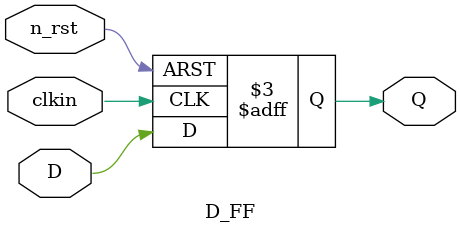
<source format=v>
`timescale 1ns / 1ps


module D_FF(Q,D,clkin,n_rst);

    /*--------- Declare I/O --------------------------*/
    output reg Q;	// Output of the flip-flop
    input D;		// Data input to the flip-flop
    input clkin;	// Clock input
    input n_rst;	// Negative reset input
    
    /*--------- Flip-flop behavior --------------------------*/
    always @ (posedge clkin or negedge n_rst)
    begin
        if (n_rst == 1'b0)
            Q <= 1'b0;	// Reset the output to 0 when reset is active
        else
            Q <= D;   	// Capture the data input on the rising edge of the clock
    end
endmodule

</source>
